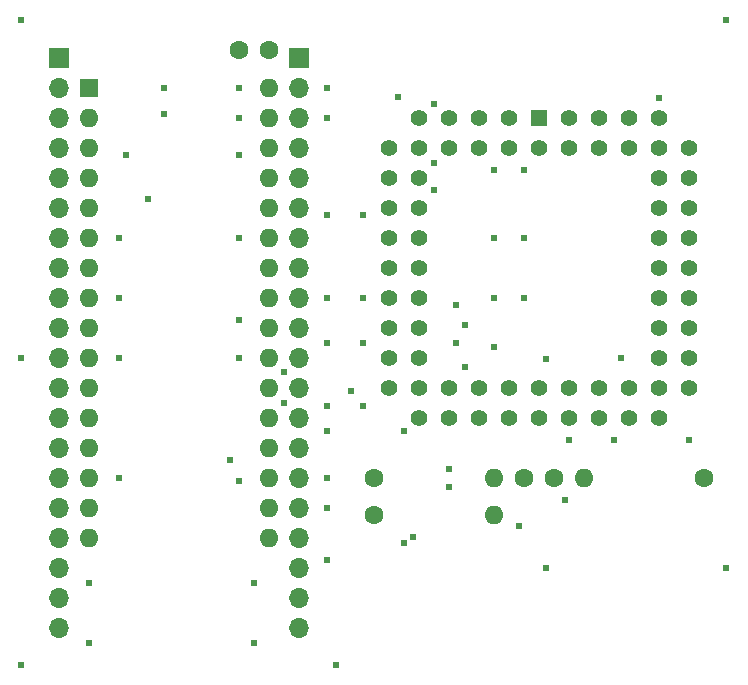
<source format=gbs>
G04 #@! TF.GenerationSoftware,KiCad,Pcbnew,(6.0.10-0)*
G04 #@! TF.CreationDate,2023-02-08T15:37:40+09:00*
G04 #@! TF.ProjectId,MEZZ180RAM,4d455a5a-3138-4305-9241-4d2e6b696361,A*
G04 #@! TF.SameCoordinates,PX5f5e100PY8f0d180*
G04 #@! TF.FileFunction,Soldermask,Bot*
G04 #@! TF.FilePolarity,Negative*
%FSLAX46Y46*%
G04 Gerber Fmt 4.6, Leading zero omitted, Abs format (unit mm)*
G04 Created by KiCad (PCBNEW (6.0.10-0)) date 2023-02-08 15:37:40*
%MOMM*%
%LPD*%
G01*
G04 APERTURE LIST*
%ADD10C,1.600000*%
%ADD11O,1.600000X1.600000*%
%ADD12R,1.600000X1.600000*%
%ADD13R,1.422400X1.422400*%
%ADD14C,1.422400*%
%ADD15R,1.700000X1.700000*%
%ADD16O,1.700000X1.700000*%
%ADD17C,0.605000*%
G04 APERTURE END LIST*
D10*
X31115000Y13970000D03*
D11*
X41275000Y13970000D03*
D12*
X6985000Y50165000D03*
D11*
X6985000Y47625000D03*
X6985000Y45085000D03*
X6985000Y42545000D03*
X6985000Y40005000D03*
X6985000Y37465000D03*
X6985000Y34925000D03*
X6985000Y32385000D03*
X6985000Y29845000D03*
X6985000Y27305000D03*
X6985000Y24765000D03*
X6985000Y22225000D03*
X6985000Y19685000D03*
X6985000Y17145000D03*
X6985000Y14605000D03*
X6985000Y12065000D03*
X22225000Y12065000D03*
X22225000Y14605000D03*
X22225000Y17145000D03*
X22225000Y19685000D03*
X22225000Y22225000D03*
X22225000Y24765000D03*
X22225000Y27305000D03*
X22225000Y29845000D03*
X22225000Y32385000D03*
X22225000Y34925000D03*
X22225000Y37465000D03*
X22225000Y40005000D03*
X22225000Y42545000D03*
X22225000Y45085000D03*
X22225000Y47625000D03*
X22225000Y50165000D03*
D10*
X46335000Y17145000D03*
X43835000Y17145000D03*
X31115000Y17145000D03*
D11*
X41275000Y17145000D03*
D13*
X45085000Y47625000D03*
D14*
X45085000Y45085000D03*
X42545000Y47625000D03*
X42545000Y45085000D03*
X40005000Y47625000D03*
X40005000Y45085000D03*
X37465000Y47625000D03*
X37465000Y45085000D03*
X34925000Y47625000D03*
X32385000Y45085000D03*
X34925000Y45085000D03*
X32385000Y42545000D03*
X34925000Y42545000D03*
X32385000Y40005000D03*
X34925000Y40005000D03*
X32385000Y37465000D03*
X34925000Y37465000D03*
X32385000Y34925000D03*
X34925000Y34925000D03*
X32385000Y32385000D03*
X34925000Y32385000D03*
X32385000Y29845000D03*
X34925000Y29845000D03*
X32385000Y27305000D03*
X34925000Y27305000D03*
X32385000Y24765000D03*
X34925000Y22225000D03*
X34925000Y24765000D03*
X37465000Y22225000D03*
X37465000Y24765000D03*
X40005000Y22225000D03*
X40005000Y24765000D03*
X42545000Y22225000D03*
X42545000Y24765000D03*
X45085000Y22225000D03*
X45085000Y24765000D03*
X47625000Y22225000D03*
X47625000Y24765000D03*
X50165000Y22225000D03*
X50165000Y24765000D03*
X52705000Y22225000D03*
X52705000Y24765000D03*
X55245000Y22225000D03*
X57785000Y24765000D03*
X55245000Y24765000D03*
X57785000Y27305000D03*
X55245000Y27305000D03*
X57785000Y29845000D03*
X55245000Y29845000D03*
X57785000Y32385000D03*
X55245000Y32385000D03*
X57785000Y34925000D03*
X55245000Y34925000D03*
X57785000Y37465000D03*
X55245000Y37465000D03*
X57785000Y40005000D03*
X55245000Y40005000D03*
X57785000Y42545000D03*
X55245000Y42545000D03*
X57785000Y45085000D03*
X55245000Y47625000D03*
X55245000Y45085000D03*
X52705000Y47625000D03*
X52705000Y45085000D03*
X50165000Y47625000D03*
X50165000Y45085000D03*
X47625000Y47625000D03*
X47625000Y45085000D03*
D10*
X59055000Y17145000D03*
D11*
X48895000Y17145000D03*
D10*
X22205000Y53340000D03*
X19705000Y53340000D03*
D15*
X24765000Y52705000D03*
D16*
X24765000Y50165000D03*
X24765000Y47625000D03*
X24765000Y45085000D03*
X24765000Y42545000D03*
X24765000Y40005000D03*
X24765000Y37465000D03*
X24765000Y34925000D03*
X24765000Y32385000D03*
X24765000Y29845000D03*
X24765000Y27305000D03*
X24765000Y24765000D03*
X24765000Y22225000D03*
X24765000Y19685000D03*
X24765000Y17145000D03*
X24765000Y14605000D03*
X24765000Y12065000D03*
X24765000Y9525000D03*
X24765000Y6985000D03*
X24765000Y4445000D03*
D15*
X4445000Y52705000D03*
D16*
X4445000Y50165000D03*
X4445000Y47625000D03*
X4445000Y45085000D03*
X4445000Y42545000D03*
X4445000Y40005000D03*
X4445000Y37465000D03*
X4445000Y34925000D03*
X4445000Y32385000D03*
X4445000Y29845000D03*
X4445000Y27305000D03*
X4445000Y24765000D03*
X4445000Y22225000D03*
X4445000Y19685000D03*
X4445000Y17145000D03*
X4445000Y14605000D03*
X4445000Y12065000D03*
X4445000Y9525000D03*
X4445000Y6985000D03*
X4445000Y4445000D03*
D17*
X19685000Y50165000D03*
X30226000Y23241000D03*
X37465000Y16383000D03*
X30226000Y28575000D03*
X30226000Y39370000D03*
X57785000Y20320000D03*
X20955000Y8255000D03*
X41275000Y32385000D03*
X36195000Y43815000D03*
X1270000Y1270000D03*
X36195000Y41529000D03*
X27178000Y17145000D03*
X45720000Y9525000D03*
X60960000Y55880000D03*
X33655000Y21082000D03*
X38100000Y31750000D03*
X37465000Y17907000D03*
X55245000Y49276000D03*
X9525000Y37465000D03*
X19685000Y37465000D03*
X27178000Y23241000D03*
X1270000Y27305000D03*
X19685000Y30480000D03*
X51435000Y20320000D03*
X43815000Y43180000D03*
X27178000Y28575000D03*
X30226000Y32385000D03*
X36195000Y48768000D03*
X19685000Y47625000D03*
X27178000Y39370000D03*
X19685000Y27305000D03*
X9525000Y32385000D03*
X43815000Y32385000D03*
X27178000Y14605000D03*
X20955000Y3175000D03*
X9525000Y17145000D03*
X38862000Y26543000D03*
X10160000Y44450000D03*
X38100000Y28575000D03*
X60960000Y9525000D03*
X47625000Y20320000D03*
X1270000Y55880000D03*
X27178000Y21082000D03*
X6985000Y3175000D03*
X9525000Y27305000D03*
X27940000Y1270000D03*
X19685000Y44450000D03*
X41275000Y43180000D03*
X43815000Y37465000D03*
X41275000Y37465000D03*
X27178000Y32385000D03*
X52070000Y27305000D03*
X27178000Y10160000D03*
X27178000Y47625000D03*
X6985000Y8255000D03*
X27178000Y50165000D03*
X11967300Y40738400D03*
X19664100Y16851900D03*
X18967400Y18652500D03*
X43421206Y13034972D03*
X38862000Y30106400D03*
X41243250Y28162250D03*
X45720000Y27150400D03*
X33675400Y11582600D03*
X47321100Y15259000D03*
X13335000Y47925100D03*
X29146500Y24447500D03*
X34417000Y12105800D03*
X33147000Y49403000D03*
X13335000Y50165000D03*
X23495000Y26057600D03*
X23495000Y23495000D03*
M02*

</source>
